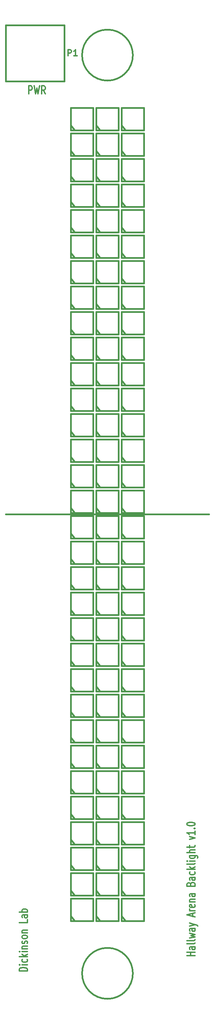
<source format=gto>
G04 #@! TF.GenerationSoftware,KiCad,Pcbnew,5.0.2-bee76a0~70~ubuntu18.04.1*
G04 #@! TF.CreationDate,2020-04-21T07:34:43-07:00*
G04 #@! TF.ProjectId,hallway_backlight,68616c6c-7761-4795-9f62-61636b6c6967,1.0*
G04 #@! TF.SameCoordinates,Original*
G04 #@! TF.FileFunction,Legend,Top*
G04 #@! TF.FilePolarity,Positive*
%FSLAX46Y46*%
G04 Gerber Fmt 4.6, Leading zero omitted, Abs format (unit mm)*
G04 Created by KiCad (PCBNEW 5.0.2-bee76a0~70~ubuntu18.04.1) date Tue 21 Apr 2020 07:34:43 AM PDT*
%MOMM*%
%LPD*%
G01*
G04 APERTURE LIST*
%ADD10C,0.304800*%
%ADD11C,0.381000*%
G04 APERTURE END LIST*
D10*
X107315000Y-70007238D02*
X107315000Y-67975238D01*
X107895571Y-67975238D01*
X108040714Y-68072000D01*
X108113285Y-68168761D01*
X108185857Y-68362285D01*
X108185857Y-68652571D01*
X108113285Y-68846095D01*
X108040714Y-68942857D01*
X107895571Y-69039619D01*
X107315000Y-69039619D01*
X108693857Y-67975238D02*
X109056714Y-70007238D01*
X109347000Y-68555809D01*
X109637285Y-70007238D01*
X110000142Y-67975238D01*
X111451571Y-70007238D02*
X110943571Y-69039619D01*
X110580714Y-70007238D02*
X110580714Y-67975238D01*
X111161285Y-67975238D01*
X111306428Y-68072000D01*
X111379000Y-68168761D01*
X111451571Y-68362285D01*
X111451571Y-68652571D01*
X111379000Y-68846095D01*
X111306428Y-68942857D01*
X111161285Y-69039619D01*
X110580714Y-69039619D01*
X106964238Y-288326285D02*
X104932238Y-288326285D01*
X104932238Y-287963428D01*
X105029000Y-287745714D01*
X105222523Y-287600571D01*
X105416047Y-287528000D01*
X105803095Y-287455428D01*
X106093380Y-287455428D01*
X106480428Y-287528000D01*
X106673952Y-287600571D01*
X106867476Y-287745714D01*
X106964238Y-287963428D01*
X106964238Y-288326285D01*
X106964238Y-286802285D02*
X105609571Y-286802285D01*
X104932238Y-286802285D02*
X105029000Y-286874857D01*
X105125761Y-286802285D01*
X105029000Y-286729714D01*
X104932238Y-286802285D01*
X105125761Y-286802285D01*
X106867476Y-285423428D02*
X106964238Y-285568571D01*
X106964238Y-285858857D01*
X106867476Y-286004000D01*
X106770714Y-286076571D01*
X106577190Y-286149142D01*
X105996619Y-286149142D01*
X105803095Y-286076571D01*
X105706333Y-286004000D01*
X105609571Y-285858857D01*
X105609571Y-285568571D01*
X105706333Y-285423428D01*
X106964238Y-284770285D02*
X104932238Y-284770285D01*
X106190142Y-284625142D02*
X106964238Y-284189714D01*
X105609571Y-284189714D02*
X106383666Y-284770285D01*
X106964238Y-283536571D02*
X105609571Y-283536571D01*
X104932238Y-283536571D02*
X105029000Y-283609142D01*
X105125761Y-283536571D01*
X105029000Y-283464000D01*
X104932238Y-283536571D01*
X105125761Y-283536571D01*
X105609571Y-282810857D02*
X106964238Y-282810857D01*
X105803095Y-282810857D02*
X105706333Y-282738285D01*
X105609571Y-282593142D01*
X105609571Y-282375428D01*
X105706333Y-282230285D01*
X105899857Y-282157714D01*
X106964238Y-282157714D01*
X106867476Y-281504571D02*
X106964238Y-281359428D01*
X106964238Y-281069142D01*
X106867476Y-280924000D01*
X106673952Y-280851428D01*
X106577190Y-280851428D01*
X106383666Y-280924000D01*
X106286904Y-281069142D01*
X106286904Y-281286857D01*
X106190142Y-281432000D01*
X105996619Y-281504571D01*
X105899857Y-281504571D01*
X105706333Y-281432000D01*
X105609571Y-281286857D01*
X105609571Y-281069142D01*
X105706333Y-280924000D01*
X106964238Y-279980571D02*
X106867476Y-280125714D01*
X106770714Y-280198285D01*
X106577190Y-280270857D01*
X105996619Y-280270857D01*
X105803095Y-280198285D01*
X105706333Y-280125714D01*
X105609571Y-279980571D01*
X105609571Y-279762857D01*
X105706333Y-279617714D01*
X105803095Y-279545142D01*
X105996619Y-279472571D01*
X106577190Y-279472571D01*
X106770714Y-279545142D01*
X106867476Y-279617714D01*
X106964238Y-279762857D01*
X106964238Y-279980571D01*
X105609571Y-278819428D02*
X106964238Y-278819428D01*
X105803095Y-278819428D02*
X105706333Y-278746857D01*
X105609571Y-278601714D01*
X105609571Y-278384000D01*
X105706333Y-278238857D01*
X105899857Y-278166285D01*
X106964238Y-278166285D01*
X106964238Y-275553714D02*
X106964238Y-276279428D01*
X104932238Y-276279428D01*
X106964238Y-274392571D02*
X105899857Y-274392571D01*
X105706333Y-274465142D01*
X105609571Y-274610285D01*
X105609571Y-274900571D01*
X105706333Y-275045714D01*
X106867476Y-274392571D02*
X106964238Y-274537714D01*
X106964238Y-274900571D01*
X106867476Y-275045714D01*
X106673952Y-275118285D01*
X106480428Y-275118285D01*
X106286904Y-275045714D01*
X106190142Y-274900571D01*
X106190142Y-274537714D01*
X106093380Y-274392571D01*
X106964238Y-273666857D02*
X104932238Y-273666857D01*
X105706333Y-273666857D02*
X105609571Y-273521714D01*
X105609571Y-273231428D01*
X105706333Y-273086285D01*
X105803095Y-273013714D01*
X105996619Y-272941142D01*
X106577190Y-272941142D01*
X106770714Y-273013714D01*
X106867476Y-273086285D01*
X106964238Y-273231428D01*
X106964238Y-273521714D01*
X106867476Y-273666857D01*
X148874238Y-284552571D02*
X146842238Y-284552571D01*
X147809857Y-284552571D02*
X147809857Y-283681714D01*
X148874238Y-283681714D02*
X146842238Y-283681714D01*
X148874238Y-282302857D02*
X147809857Y-282302857D01*
X147616333Y-282375428D01*
X147519571Y-282520571D01*
X147519571Y-282810857D01*
X147616333Y-282956000D01*
X148777476Y-282302857D02*
X148874238Y-282448000D01*
X148874238Y-282810857D01*
X148777476Y-282956000D01*
X148583952Y-283028571D01*
X148390428Y-283028571D01*
X148196904Y-282956000D01*
X148100142Y-282810857D01*
X148100142Y-282448000D01*
X148003380Y-282302857D01*
X148874238Y-281359428D02*
X148777476Y-281504571D01*
X148583952Y-281577142D01*
X146842238Y-281577142D01*
X148874238Y-280561142D02*
X148777476Y-280706285D01*
X148583952Y-280778857D01*
X146842238Y-280778857D01*
X147519571Y-280125714D02*
X148874238Y-279835428D01*
X147906619Y-279545142D01*
X148874238Y-279254857D01*
X147519571Y-278964571D01*
X148874238Y-277730857D02*
X147809857Y-277730857D01*
X147616333Y-277803428D01*
X147519571Y-277948571D01*
X147519571Y-278238857D01*
X147616333Y-278384000D01*
X148777476Y-277730857D02*
X148874238Y-277876000D01*
X148874238Y-278238857D01*
X148777476Y-278384000D01*
X148583952Y-278456571D01*
X148390428Y-278456571D01*
X148196904Y-278384000D01*
X148100142Y-278238857D01*
X148100142Y-277876000D01*
X148003380Y-277730857D01*
X147519571Y-277150285D02*
X148874238Y-276787428D01*
X147519571Y-276424571D02*
X148874238Y-276787428D01*
X149358047Y-276932571D01*
X149454809Y-277005142D01*
X149551571Y-277150285D01*
X148293666Y-274755428D02*
X148293666Y-274029714D01*
X148874238Y-274900571D02*
X146842238Y-274392571D01*
X148874238Y-273884571D01*
X148874238Y-273376571D02*
X147519571Y-273376571D01*
X147906619Y-273376571D02*
X147713095Y-273304000D01*
X147616333Y-273231428D01*
X147519571Y-273086285D01*
X147519571Y-272941142D01*
X148777476Y-271852571D02*
X148874238Y-271997714D01*
X148874238Y-272288000D01*
X148777476Y-272433142D01*
X148583952Y-272505714D01*
X147809857Y-272505714D01*
X147616333Y-272433142D01*
X147519571Y-272288000D01*
X147519571Y-271997714D01*
X147616333Y-271852571D01*
X147809857Y-271780000D01*
X148003380Y-271780000D01*
X148196904Y-272505714D01*
X147519571Y-271126857D02*
X148874238Y-271126857D01*
X147713095Y-271126857D02*
X147616333Y-271054285D01*
X147519571Y-270909142D01*
X147519571Y-270691428D01*
X147616333Y-270546285D01*
X147809857Y-270473714D01*
X148874238Y-270473714D01*
X148874238Y-269094857D02*
X147809857Y-269094857D01*
X147616333Y-269167428D01*
X147519571Y-269312571D01*
X147519571Y-269602857D01*
X147616333Y-269748000D01*
X148777476Y-269094857D02*
X148874238Y-269240000D01*
X148874238Y-269602857D01*
X148777476Y-269748000D01*
X148583952Y-269820571D01*
X148390428Y-269820571D01*
X148196904Y-269748000D01*
X148100142Y-269602857D01*
X148100142Y-269240000D01*
X148003380Y-269094857D01*
X147809857Y-266700000D02*
X147906619Y-266482285D01*
X148003380Y-266409714D01*
X148196904Y-266337142D01*
X148487190Y-266337142D01*
X148680714Y-266409714D01*
X148777476Y-266482285D01*
X148874238Y-266627428D01*
X148874238Y-267208000D01*
X146842238Y-267208000D01*
X146842238Y-266700000D01*
X146939000Y-266554857D01*
X147035761Y-266482285D01*
X147229285Y-266409714D01*
X147422809Y-266409714D01*
X147616333Y-266482285D01*
X147713095Y-266554857D01*
X147809857Y-266700000D01*
X147809857Y-267208000D01*
X148874238Y-265030857D02*
X147809857Y-265030857D01*
X147616333Y-265103428D01*
X147519571Y-265248571D01*
X147519571Y-265538857D01*
X147616333Y-265684000D01*
X148777476Y-265030857D02*
X148874238Y-265176000D01*
X148874238Y-265538857D01*
X148777476Y-265684000D01*
X148583952Y-265756571D01*
X148390428Y-265756571D01*
X148196904Y-265684000D01*
X148100142Y-265538857D01*
X148100142Y-265176000D01*
X148003380Y-265030857D01*
X148777476Y-263652000D02*
X148874238Y-263797142D01*
X148874238Y-264087428D01*
X148777476Y-264232571D01*
X148680714Y-264305142D01*
X148487190Y-264377714D01*
X147906619Y-264377714D01*
X147713095Y-264305142D01*
X147616333Y-264232571D01*
X147519571Y-264087428D01*
X147519571Y-263797142D01*
X147616333Y-263652000D01*
X148874238Y-262998857D02*
X146842238Y-262998857D01*
X148100142Y-262853714D02*
X148874238Y-262418285D01*
X147519571Y-262418285D02*
X148293666Y-262998857D01*
X148874238Y-261547428D02*
X148777476Y-261692571D01*
X148583952Y-261765142D01*
X146842238Y-261765142D01*
X148874238Y-260966857D02*
X147519571Y-260966857D01*
X146842238Y-260966857D02*
X146939000Y-261039428D01*
X147035761Y-260966857D01*
X146939000Y-260894285D01*
X146842238Y-260966857D01*
X147035761Y-260966857D01*
X147519571Y-259588000D02*
X149164523Y-259588000D01*
X149358047Y-259660571D01*
X149454809Y-259733142D01*
X149551571Y-259878285D01*
X149551571Y-260096000D01*
X149454809Y-260241142D01*
X148777476Y-259588000D02*
X148874238Y-259733142D01*
X148874238Y-260023428D01*
X148777476Y-260168571D01*
X148680714Y-260241142D01*
X148487190Y-260313714D01*
X147906619Y-260313714D01*
X147713095Y-260241142D01*
X147616333Y-260168571D01*
X147519571Y-260023428D01*
X147519571Y-259733142D01*
X147616333Y-259588000D01*
X148874238Y-258862285D02*
X146842238Y-258862285D01*
X148874238Y-258209142D02*
X147809857Y-258209142D01*
X147616333Y-258281714D01*
X147519571Y-258426857D01*
X147519571Y-258644571D01*
X147616333Y-258789714D01*
X147713095Y-258862285D01*
X147519571Y-257701142D02*
X147519571Y-257120571D01*
X146842238Y-257483428D02*
X148583952Y-257483428D01*
X148777476Y-257410857D01*
X148874238Y-257265714D01*
X148874238Y-257120571D01*
X147519571Y-255596571D02*
X148874238Y-255233714D01*
X147519571Y-254870857D01*
X148874238Y-253492000D02*
X148874238Y-254362857D01*
X148874238Y-253927428D02*
X146842238Y-253927428D01*
X147132523Y-254072571D01*
X147326047Y-254217714D01*
X147422809Y-254362857D01*
X148680714Y-252838857D02*
X148777476Y-252766285D01*
X148874238Y-252838857D01*
X148777476Y-252911428D01*
X148680714Y-252838857D01*
X148874238Y-252838857D01*
X146842238Y-251822857D02*
X146842238Y-251677714D01*
X146939000Y-251532571D01*
X147035761Y-251460000D01*
X147229285Y-251387428D01*
X147616333Y-251314857D01*
X148100142Y-251314857D01*
X148487190Y-251387428D01*
X148680714Y-251460000D01*
X148777476Y-251532571D01*
X148874238Y-251677714D01*
X148874238Y-251822857D01*
X148777476Y-251968000D01*
X148680714Y-252040571D01*
X148487190Y-252113142D01*
X148100142Y-252185714D01*
X147616333Y-252185714D01*
X147229285Y-252113142D01*
X147035761Y-252040571D01*
X146939000Y-251968000D01*
X146842238Y-251822857D01*
D11*
X101600000Y-174625000D02*
X152400000Y-174625000D01*
G04 #@! TO.C,P1*
X101600000Y-66802000D02*
X101600000Y-52832000D01*
X101600000Y-52832000D02*
X116205000Y-52832000D01*
X116205000Y-52832000D02*
X116205000Y-66802000D01*
X116205000Y-66802000D02*
X101600000Y-66802000D01*
G04 #@! TO.C,1/4-20*
X133350000Y-60325000D02*
G75*
G03X133350000Y-60325000I-6350000J0D01*
G01*
X133350000Y-288925000D02*
G75*
G03X133350000Y-288925000I-6350000J0D01*
G01*
G04 #@! TO.C,D0\002C0*
X117856000Y-77724000D02*
X118872000Y-78994000D01*
X117856000Y-73406000D02*
X117856000Y-78994000D01*
X117856000Y-78994000D02*
X123444000Y-78994000D01*
X123444000Y-78994000D02*
X123444000Y-73406000D01*
X123444000Y-73406000D02*
X117856000Y-73406000D01*
G04 #@! TO.C,D0\002C1*
X117856000Y-84074000D02*
X118872000Y-85344000D01*
X117856000Y-79756000D02*
X117856000Y-85344000D01*
X117856000Y-85344000D02*
X123444000Y-85344000D01*
X123444000Y-85344000D02*
X123444000Y-79756000D01*
X123444000Y-79756000D02*
X117856000Y-79756000D01*
G04 #@! TO.C,D0\002C2*
X117856000Y-90424000D02*
X118872000Y-91694000D01*
X117856000Y-86106000D02*
X117856000Y-91694000D01*
X117856000Y-91694000D02*
X123444000Y-91694000D01*
X123444000Y-91694000D02*
X123444000Y-86106000D01*
X123444000Y-86106000D02*
X117856000Y-86106000D01*
G04 #@! TO.C,D0\002C3*
X117856000Y-96774000D02*
X118872000Y-98044000D01*
X117856000Y-92456000D02*
X117856000Y-98044000D01*
X117856000Y-98044000D02*
X123444000Y-98044000D01*
X123444000Y-98044000D02*
X123444000Y-92456000D01*
X123444000Y-92456000D02*
X117856000Y-92456000D01*
G04 #@! TO.C,D0\002C4*
X117856000Y-103124000D02*
X118872000Y-104394000D01*
X117856000Y-98806000D02*
X117856000Y-104394000D01*
X117856000Y-104394000D02*
X123444000Y-104394000D01*
X123444000Y-104394000D02*
X123444000Y-98806000D01*
X123444000Y-98806000D02*
X117856000Y-98806000D01*
G04 #@! TO.C,D0\002C5*
X117856000Y-109474000D02*
X118872000Y-110744000D01*
X117856000Y-105156000D02*
X117856000Y-110744000D01*
X117856000Y-110744000D02*
X123444000Y-110744000D01*
X123444000Y-110744000D02*
X123444000Y-105156000D01*
X123444000Y-105156000D02*
X117856000Y-105156000D01*
G04 #@! TO.C,D0\002C6*
X117856000Y-115824000D02*
X118872000Y-117094000D01*
X117856000Y-111506000D02*
X117856000Y-117094000D01*
X117856000Y-117094000D02*
X123444000Y-117094000D01*
X123444000Y-117094000D02*
X123444000Y-111506000D01*
X123444000Y-111506000D02*
X117856000Y-111506000D01*
G04 #@! TO.C,D0\002C7*
X117856000Y-122174000D02*
X118872000Y-123444000D01*
X117856000Y-117856000D02*
X117856000Y-123444000D01*
X117856000Y-123444000D02*
X123444000Y-123444000D01*
X123444000Y-123444000D02*
X123444000Y-117856000D01*
X123444000Y-117856000D02*
X117856000Y-117856000D01*
G04 #@! TO.C,D0\002C8*
X117856000Y-128524000D02*
X118872000Y-129794000D01*
X117856000Y-124206000D02*
X117856000Y-129794000D01*
X117856000Y-129794000D02*
X123444000Y-129794000D01*
X123444000Y-129794000D02*
X123444000Y-124206000D01*
X123444000Y-124206000D02*
X117856000Y-124206000D01*
G04 #@! TO.C,D0\002C9*
X117856000Y-134874000D02*
X118872000Y-136144000D01*
X117856000Y-130556000D02*
X117856000Y-136144000D01*
X117856000Y-136144000D02*
X123444000Y-136144000D01*
X123444000Y-136144000D02*
X123444000Y-130556000D01*
X123444000Y-130556000D02*
X117856000Y-130556000D01*
G04 #@! TO.C,D0\002C10*
X117856000Y-141224000D02*
X118872000Y-142494000D01*
X117856000Y-136906000D02*
X117856000Y-142494000D01*
X117856000Y-142494000D02*
X123444000Y-142494000D01*
X123444000Y-142494000D02*
X123444000Y-136906000D01*
X123444000Y-136906000D02*
X117856000Y-136906000D01*
G04 #@! TO.C,D0\002C11*
X117856000Y-147574000D02*
X118872000Y-148844000D01*
X117856000Y-143256000D02*
X117856000Y-148844000D01*
X117856000Y-148844000D02*
X123444000Y-148844000D01*
X123444000Y-148844000D02*
X123444000Y-143256000D01*
X123444000Y-143256000D02*
X117856000Y-143256000D01*
G04 #@! TO.C,D0\002C12*
X117856000Y-153924000D02*
X118872000Y-155194000D01*
X117856000Y-149606000D02*
X117856000Y-155194000D01*
X117856000Y-155194000D02*
X123444000Y-155194000D01*
X123444000Y-155194000D02*
X123444000Y-149606000D01*
X123444000Y-149606000D02*
X117856000Y-149606000D01*
G04 #@! TO.C,D0\002C13*
X117856000Y-160274000D02*
X118872000Y-161544000D01*
X117856000Y-155956000D02*
X117856000Y-161544000D01*
X117856000Y-161544000D02*
X123444000Y-161544000D01*
X123444000Y-161544000D02*
X123444000Y-155956000D01*
X123444000Y-155956000D02*
X117856000Y-155956000D01*
G04 #@! TO.C,D0\002C14*
X117856000Y-166624000D02*
X118872000Y-167894000D01*
X117856000Y-162306000D02*
X117856000Y-167894000D01*
X117856000Y-167894000D02*
X123444000Y-167894000D01*
X123444000Y-167894000D02*
X123444000Y-162306000D01*
X123444000Y-162306000D02*
X117856000Y-162306000D01*
G04 #@! TO.C,D0\002C15*
X117856000Y-172974000D02*
X118872000Y-174244000D01*
X117856000Y-168656000D02*
X117856000Y-174244000D01*
X117856000Y-174244000D02*
X123444000Y-174244000D01*
X123444000Y-174244000D02*
X123444000Y-168656000D01*
X123444000Y-168656000D02*
X117856000Y-168656000D01*
G04 #@! TO.C,D1\002C0*
X124206000Y-77724000D02*
X125222000Y-78994000D01*
X124206000Y-73406000D02*
X124206000Y-78994000D01*
X124206000Y-78994000D02*
X129794000Y-78994000D01*
X129794000Y-78994000D02*
X129794000Y-73406000D01*
X129794000Y-73406000D02*
X124206000Y-73406000D01*
G04 #@! TO.C,D1\002C1*
X124206000Y-84074000D02*
X125222000Y-85344000D01*
X124206000Y-79756000D02*
X124206000Y-85344000D01*
X124206000Y-85344000D02*
X129794000Y-85344000D01*
X129794000Y-85344000D02*
X129794000Y-79756000D01*
X129794000Y-79756000D02*
X124206000Y-79756000D01*
G04 #@! TO.C,D1\002C2*
X124206000Y-90424000D02*
X125222000Y-91694000D01*
X124206000Y-86106000D02*
X124206000Y-91694000D01*
X124206000Y-91694000D02*
X129794000Y-91694000D01*
X129794000Y-91694000D02*
X129794000Y-86106000D01*
X129794000Y-86106000D02*
X124206000Y-86106000D01*
G04 #@! TO.C,D1\002C3*
X124206000Y-96774000D02*
X125222000Y-98044000D01*
X124206000Y-92456000D02*
X124206000Y-98044000D01*
X124206000Y-98044000D02*
X129794000Y-98044000D01*
X129794000Y-98044000D02*
X129794000Y-92456000D01*
X129794000Y-92456000D02*
X124206000Y-92456000D01*
G04 #@! TO.C,D1\002C4*
X124206000Y-103124000D02*
X125222000Y-104394000D01*
X124206000Y-98806000D02*
X124206000Y-104394000D01*
X124206000Y-104394000D02*
X129794000Y-104394000D01*
X129794000Y-104394000D02*
X129794000Y-98806000D01*
X129794000Y-98806000D02*
X124206000Y-98806000D01*
G04 #@! TO.C,D1\002C5*
X124206000Y-109474000D02*
X125222000Y-110744000D01*
X124206000Y-105156000D02*
X124206000Y-110744000D01*
X124206000Y-110744000D02*
X129794000Y-110744000D01*
X129794000Y-110744000D02*
X129794000Y-105156000D01*
X129794000Y-105156000D02*
X124206000Y-105156000D01*
G04 #@! TO.C,D1\002C6*
X124206000Y-115824000D02*
X125222000Y-117094000D01*
X124206000Y-111506000D02*
X124206000Y-117094000D01*
X124206000Y-117094000D02*
X129794000Y-117094000D01*
X129794000Y-117094000D02*
X129794000Y-111506000D01*
X129794000Y-111506000D02*
X124206000Y-111506000D01*
G04 #@! TO.C,D1\002C7*
X124206000Y-122174000D02*
X125222000Y-123444000D01*
X124206000Y-117856000D02*
X124206000Y-123444000D01*
X124206000Y-123444000D02*
X129794000Y-123444000D01*
X129794000Y-123444000D02*
X129794000Y-117856000D01*
X129794000Y-117856000D02*
X124206000Y-117856000D01*
G04 #@! TO.C,D1\002C8*
X124206000Y-128524000D02*
X125222000Y-129794000D01*
X124206000Y-124206000D02*
X124206000Y-129794000D01*
X124206000Y-129794000D02*
X129794000Y-129794000D01*
X129794000Y-129794000D02*
X129794000Y-124206000D01*
X129794000Y-124206000D02*
X124206000Y-124206000D01*
G04 #@! TO.C,D1\002C9*
X124206000Y-134874000D02*
X125222000Y-136144000D01*
X124206000Y-130556000D02*
X124206000Y-136144000D01*
X124206000Y-136144000D02*
X129794000Y-136144000D01*
X129794000Y-136144000D02*
X129794000Y-130556000D01*
X129794000Y-130556000D02*
X124206000Y-130556000D01*
G04 #@! TO.C,D1\002C10*
X124206000Y-141224000D02*
X125222000Y-142494000D01*
X124206000Y-136906000D02*
X124206000Y-142494000D01*
X124206000Y-142494000D02*
X129794000Y-142494000D01*
X129794000Y-142494000D02*
X129794000Y-136906000D01*
X129794000Y-136906000D02*
X124206000Y-136906000D01*
G04 #@! TO.C,D1\002C11*
X124206000Y-147574000D02*
X125222000Y-148844000D01*
X124206000Y-143256000D02*
X124206000Y-148844000D01*
X124206000Y-148844000D02*
X129794000Y-148844000D01*
X129794000Y-148844000D02*
X129794000Y-143256000D01*
X129794000Y-143256000D02*
X124206000Y-143256000D01*
G04 #@! TO.C,D1\002C12*
X124206000Y-153924000D02*
X125222000Y-155194000D01*
X124206000Y-149606000D02*
X124206000Y-155194000D01*
X124206000Y-155194000D02*
X129794000Y-155194000D01*
X129794000Y-155194000D02*
X129794000Y-149606000D01*
X129794000Y-149606000D02*
X124206000Y-149606000D01*
G04 #@! TO.C,D1\002C13*
X124206000Y-160274000D02*
X125222000Y-161544000D01*
X124206000Y-155956000D02*
X124206000Y-161544000D01*
X124206000Y-161544000D02*
X129794000Y-161544000D01*
X129794000Y-161544000D02*
X129794000Y-155956000D01*
X129794000Y-155956000D02*
X124206000Y-155956000D01*
G04 #@! TO.C,D1\002C14*
X124206000Y-166624000D02*
X125222000Y-167894000D01*
X124206000Y-162306000D02*
X124206000Y-167894000D01*
X124206000Y-167894000D02*
X129794000Y-167894000D01*
X129794000Y-167894000D02*
X129794000Y-162306000D01*
X129794000Y-162306000D02*
X124206000Y-162306000D01*
G04 #@! TO.C,D1\002C15*
X124206000Y-172974000D02*
X125222000Y-174244000D01*
X124206000Y-168656000D02*
X124206000Y-174244000D01*
X124206000Y-174244000D02*
X129794000Y-174244000D01*
X129794000Y-174244000D02*
X129794000Y-168656000D01*
X129794000Y-168656000D02*
X124206000Y-168656000D01*
G04 #@! TO.C,D2\002C0*
X130556000Y-77724000D02*
X131572000Y-78994000D01*
X130556000Y-73406000D02*
X130556000Y-78994000D01*
X130556000Y-78994000D02*
X136144000Y-78994000D01*
X136144000Y-78994000D02*
X136144000Y-73406000D01*
X136144000Y-73406000D02*
X130556000Y-73406000D01*
G04 #@! TO.C,D2\002C1*
X130556000Y-84074000D02*
X131572000Y-85344000D01*
X130556000Y-79756000D02*
X130556000Y-85344000D01*
X130556000Y-85344000D02*
X136144000Y-85344000D01*
X136144000Y-85344000D02*
X136144000Y-79756000D01*
X136144000Y-79756000D02*
X130556000Y-79756000D01*
G04 #@! TO.C,D2\002C2*
X130556000Y-90424000D02*
X131572000Y-91694000D01*
X130556000Y-86106000D02*
X130556000Y-91694000D01*
X130556000Y-91694000D02*
X136144000Y-91694000D01*
X136144000Y-91694000D02*
X136144000Y-86106000D01*
X136144000Y-86106000D02*
X130556000Y-86106000D01*
G04 #@! TO.C,D2\002C3*
X130556000Y-96774000D02*
X131572000Y-98044000D01*
X130556000Y-92456000D02*
X130556000Y-98044000D01*
X130556000Y-98044000D02*
X136144000Y-98044000D01*
X136144000Y-98044000D02*
X136144000Y-92456000D01*
X136144000Y-92456000D02*
X130556000Y-92456000D01*
G04 #@! TO.C,D2\002C4*
X130556000Y-103124000D02*
X131572000Y-104394000D01*
X130556000Y-98806000D02*
X130556000Y-104394000D01*
X130556000Y-104394000D02*
X136144000Y-104394000D01*
X136144000Y-104394000D02*
X136144000Y-98806000D01*
X136144000Y-98806000D02*
X130556000Y-98806000D01*
G04 #@! TO.C,D2\002C5*
X130556000Y-109474000D02*
X131572000Y-110744000D01*
X130556000Y-105156000D02*
X130556000Y-110744000D01*
X130556000Y-110744000D02*
X136144000Y-110744000D01*
X136144000Y-110744000D02*
X136144000Y-105156000D01*
X136144000Y-105156000D02*
X130556000Y-105156000D01*
G04 #@! TO.C,D2\002C6*
X130556000Y-115824000D02*
X131572000Y-117094000D01*
X130556000Y-111506000D02*
X130556000Y-117094000D01*
X130556000Y-117094000D02*
X136144000Y-117094000D01*
X136144000Y-117094000D02*
X136144000Y-111506000D01*
X136144000Y-111506000D02*
X130556000Y-111506000D01*
G04 #@! TO.C,D2\002C7*
X130556000Y-122174000D02*
X131572000Y-123444000D01*
X130556000Y-117856000D02*
X130556000Y-123444000D01*
X130556000Y-123444000D02*
X136144000Y-123444000D01*
X136144000Y-123444000D02*
X136144000Y-117856000D01*
X136144000Y-117856000D02*
X130556000Y-117856000D01*
G04 #@! TO.C,D2\002C8*
X130556000Y-128524000D02*
X131572000Y-129794000D01*
X130556000Y-124206000D02*
X130556000Y-129794000D01*
X130556000Y-129794000D02*
X136144000Y-129794000D01*
X136144000Y-129794000D02*
X136144000Y-124206000D01*
X136144000Y-124206000D02*
X130556000Y-124206000D01*
G04 #@! TO.C,D2\002C9*
X130556000Y-134874000D02*
X131572000Y-136144000D01*
X130556000Y-130556000D02*
X130556000Y-136144000D01*
X130556000Y-136144000D02*
X136144000Y-136144000D01*
X136144000Y-136144000D02*
X136144000Y-130556000D01*
X136144000Y-130556000D02*
X130556000Y-130556000D01*
G04 #@! TO.C,D2\002C10*
X130556000Y-141224000D02*
X131572000Y-142494000D01*
X130556000Y-136906000D02*
X130556000Y-142494000D01*
X130556000Y-142494000D02*
X136144000Y-142494000D01*
X136144000Y-142494000D02*
X136144000Y-136906000D01*
X136144000Y-136906000D02*
X130556000Y-136906000D01*
G04 #@! TO.C,D2\002C11*
X130556000Y-147574000D02*
X131572000Y-148844000D01*
X130556000Y-143256000D02*
X130556000Y-148844000D01*
X130556000Y-148844000D02*
X136144000Y-148844000D01*
X136144000Y-148844000D02*
X136144000Y-143256000D01*
X136144000Y-143256000D02*
X130556000Y-143256000D01*
G04 #@! TO.C,D2\002C12*
X130556000Y-153924000D02*
X131572000Y-155194000D01*
X130556000Y-149606000D02*
X130556000Y-155194000D01*
X130556000Y-155194000D02*
X136144000Y-155194000D01*
X136144000Y-155194000D02*
X136144000Y-149606000D01*
X136144000Y-149606000D02*
X130556000Y-149606000D01*
G04 #@! TO.C,D2\002C13*
X130556000Y-160274000D02*
X131572000Y-161544000D01*
X130556000Y-155956000D02*
X130556000Y-161544000D01*
X130556000Y-161544000D02*
X136144000Y-161544000D01*
X136144000Y-161544000D02*
X136144000Y-155956000D01*
X136144000Y-155956000D02*
X130556000Y-155956000D01*
G04 #@! TO.C,D2\002C14*
X130556000Y-166624000D02*
X131572000Y-167894000D01*
X130556000Y-162306000D02*
X130556000Y-167894000D01*
X130556000Y-167894000D02*
X136144000Y-167894000D01*
X136144000Y-167894000D02*
X136144000Y-162306000D01*
X136144000Y-162306000D02*
X130556000Y-162306000D01*
G04 #@! TO.C,D2\002C15*
X130556000Y-172974000D02*
X131572000Y-174244000D01*
X130556000Y-168656000D02*
X130556000Y-174244000D01*
X130556000Y-174244000D02*
X136144000Y-174244000D01*
X136144000Y-174244000D02*
X136144000Y-168656000D01*
X136144000Y-168656000D02*
X130556000Y-168656000D01*
G04 #@! TO.C,D3\002C0*
X117856000Y-179324000D02*
X118872000Y-180594000D01*
X117856000Y-175006000D02*
X117856000Y-180594000D01*
X117856000Y-180594000D02*
X123444000Y-180594000D01*
X123444000Y-180594000D02*
X123444000Y-175006000D01*
X123444000Y-175006000D02*
X117856000Y-175006000D01*
G04 #@! TO.C,D3\002C1*
X117856000Y-185674000D02*
X118872000Y-186944000D01*
X117856000Y-181356000D02*
X117856000Y-186944000D01*
X117856000Y-186944000D02*
X123444000Y-186944000D01*
X123444000Y-186944000D02*
X123444000Y-181356000D01*
X123444000Y-181356000D02*
X117856000Y-181356000D01*
G04 #@! TO.C,D3\002C2*
X117856000Y-192024000D02*
X118872000Y-193294000D01*
X117856000Y-187706000D02*
X117856000Y-193294000D01*
X117856000Y-193294000D02*
X123444000Y-193294000D01*
X123444000Y-193294000D02*
X123444000Y-187706000D01*
X123444000Y-187706000D02*
X117856000Y-187706000D01*
G04 #@! TO.C,D3\002C3*
X117856000Y-198374000D02*
X118872000Y-199644000D01*
X117856000Y-194056000D02*
X117856000Y-199644000D01*
X117856000Y-199644000D02*
X123444000Y-199644000D01*
X123444000Y-199644000D02*
X123444000Y-194056000D01*
X123444000Y-194056000D02*
X117856000Y-194056000D01*
G04 #@! TO.C,D3\002C4*
X117856000Y-204724000D02*
X118872000Y-205994000D01*
X117856000Y-200406000D02*
X117856000Y-205994000D01*
X117856000Y-205994000D02*
X123444000Y-205994000D01*
X123444000Y-205994000D02*
X123444000Y-200406000D01*
X123444000Y-200406000D02*
X117856000Y-200406000D01*
G04 #@! TO.C,D3\002C5*
X117856000Y-211074000D02*
X118872000Y-212344000D01*
X117856000Y-206756000D02*
X117856000Y-212344000D01*
X117856000Y-212344000D02*
X123444000Y-212344000D01*
X123444000Y-212344000D02*
X123444000Y-206756000D01*
X123444000Y-206756000D02*
X117856000Y-206756000D01*
G04 #@! TO.C,D3\002C6*
X117856000Y-217424000D02*
X118872000Y-218694000D01*
X117856000Y-213106000D02*
X117856000Y-218694000D01*
X117856000Y-218694000D02*
X123444000Y-218694000D01*
X123444000Y-218694000D02*
X123444000Y-213106000D01*
X123444000Y-213106000D02*
X117856000Y-213106000D01*
G04 #@! TO.C,D3\002C7*
X117856000Y-223774000D02*
X118872000Y-225044000D01*
X117856000Y-219456000D02*
X117856000Y-225044000D01*
X117856000Y-225044000D02*
X123444000Y-225044000D01*
X123444000Y-225044000D02*
X123444000Y-219456000D01*
X123444000Y-219456000D02*
X117856000Y-219456000D01*
G04 #@! TO.C,D3\002C8*
X117856000Y-230124000D02*
X118872000Y-231394000D01*
X117856000Y-225806000D02*
X117856000Y-231394000D01*
X117856000Y-231394000D02*
X123444000Y-231394000D01*
X123444000Y-231394000D02*
X123444000Y-225806000D01*
X123444000Y-225806000D02*
X117856000Y-225806000D01*
G04 #@! TO.C,D3\002C9*
X117856000Y-236474000D02*
X118872000Y-237744000D01*
X117856000Y-232156000D02*
X117856000Y-237744000D01*
X117856000Y-237744000D02*
X123444000Y-237744000D01*
X123444000Y-237744000D02*
X123444000Y-232156000D01*
X123444000Y-232156000D02*
X117856000Y-232156000D01*
G04 #@! TO.C,D3\002C10*
X117856000Y-242824000D02*
X118872000Y-244094000D01*
X117856000Y-238506000D02*
X117856000Y-244094000D01*
X117856000Y-244094000D02*
X123444000Y-244094000D01*
X123444000Y-244094000D02*
X123444000Y-238506000D01*
X123444000Y-238506000D02*
X117856000Y-238506000D01*
G04 #@! TO.C,D3\002C11*
X117856000Y-249174000D02*
X118872000Y-250444000D01*
X117856000Y-244856000D02*
X117856000Y-250444000D01*
X117856000Y-250444000D02*
X123444000Y-250444000D01*
X123444000Y-250444000D02*
X123444000Y-244856000D01*
X123444000Y-244856000D02*
X117856000Y-244856000D01*
G04 #@! TO.C,D3\002C12*
X117856000Y-255524000D02*
X118872000Y-256794000D01*
X117856000Y-251206000D02*
X117856000Y-256794000D01*
X117856000Y-256794000D02*
X123444000Y-256794000D01*
X123444000Y-256794000D02*
X123444000Y-251206000D01*
X123444000Y-251206000D02*
X117856000Y-251206000D01*
G04 #@! TO.C,D3\002C13*
X117856000Y-261874000D02*
X118872000Y-263144000D01*
X117856000Y-257556000D02*
X117856000Y-263144000D01*
X117856000Y-263144000D02*
X123444000Y-263144000D01*
X123444000Y-263144000D02*
X123444000Y-257556000D01*
X123444000Y-257556000D02*
X117856000Y-257556000D01*
G04 #@! TO.C,D3\002C14*
X117856000Y-268224000D02*
X118872000Y-269494000D01*
X117856000Y-263906000D02*
X117856000Y-269494000D01*
X117856000Y-269494000D02*
X123444000Y-269494000D01*
X123444000Y-269494000D02*
X123444000Y-263906000D01*
X123444000Y-263906000D02*
X117856000Y-263906000D01*
G04 #@! TO.C,D3\002C15*
X117856000Y-274574000D02*
X118872000Y-275844000D01*
X117856000Y-270256000D02*
X117856000Y-275844000D01*
X117856000Y-275844000D02*
X123444000Y-275844000D01*
X123444000Y-275844000D02*
X123444000Y-270256000D01*
X123444000Y-270256000D02*
X117856000Y-270256000D01*
G04 #@! TO.C,D4\002C0*
X124206000Y-179324000D02*
X125222000Y-180594000D01*
X124206000Y-175006000D02*
X124206000Y-180594000D01*
X124206000Y-180594000D02*
X129794000Y-180594000D01*
X129794000Y-180594000D02*
X129794000Y-175006000D01*
X129794000Y-175006000D02*
X124206000Y-175006000D01*
G04 #@! TO.C,D4\002C1*
X124206000Y-185674000D02*
X125222000Y-186944000D01*
X124206000Y-181356000D02*
X124206000Y-186944000D01*
X124206000Y-186944000D02*
X129794000Y-186944000D01*
X129794000Y-186944000D02*
X129794000Y-181356000D01*
X129794000Y-181356000D02*
X124206000Y-181356000D01*
G04 #@! TO.C,D4\002C2*
X124206000Y-192024000D02*
X125222000Y-193294000D01*
X124206000Y-187706000D02*
X124206000Y-193294000D01*
X124206000Y-193294000D02*
X129794000Y-193294000D01*
X129794000Y-193294000D02*
X129794000Y-187706000D01*
X129794000Y-187706000D02*
X124206000Y-187706000D01*
G04 #@! TO.C,D4\002C3*
X124206000Y-198374000D02*
X125222000Y-199644000D01*
X124206000Y-194056000D02*
X124206000Y-199644000D01*
X124206000Y-199644000D02*
X129794000Y-199644000D01*
X129794000Y-199644000D02*
X129794000Y-194056000D01*
X129794000Y-194056000D02*
X124206000Y-194056000D01*
G04 #@! TO.C,D4\002C4*
X124206000Y-204724000D02*
X125222000Y-205994000D01*
X124206000Y-200406000D02*
X124206000Y-205994000D01*
X124206000Y-205994000D02*
X129794000Y-205994000D01*
X129794000Y-205994000D02*
X129794000Y-200406000D01*
X129794000Y-200406000D02*
X124206000Y-200406000D01*
G04 #@! TO.C,D4\002C5*
X124206000Y-211074000D02*
X125222000Y-212344000D01*
X124206000Y-206756000D02*
X124206000Y-212344000D01*
X124206000Y-212344000D02*
X129794000Y-212344000D01*
X129794000Y-212344000D02*
X129794000Y-206756000D01*
X129794000Y-206756000D02*
X124206000Y-206756000D01*
G04 #@! TO.C,D4\002C6*
X124206000Y-217424000D02*
X125222000Y-218694000D01*
X124206000Y-213106000D02*
X124206000Y-218694000D01*
X124206000Y-218694000D02*
X129794000Y-218694000D01*
X129794000Y-218694000D02*
X129794000Y-213106000D01*
X129794000Y-213106000D02*
X124206000Y-213106000D01*
G04 #@! TO.C,D4\002C7*
X124206000Y-223774000D02*
X125222000Y-225044000D01*
X124206000Y-219456000D02*
X124206000Y-225044000D01*
X124206000Y-225044000D02*
X129794000Y-225044000D01*
X129794000Y-225044000D02*
X129794000Y-219456000D01*
X129794000Y-219456000D02*
X124206000Y-219456000D01*
G04 #@! TO.C,D4\002C8*
X124206000Y-230124000D02*
X125222000Y-231394000D01*
X124206000Y-225806000D02*
X124206000Y-231394000D01*
X124206000Y-231394000D02*
X129794000Y-231394000D01*
X129794000Y-231394000D02*
X129794000Y-225806000D01*
X129794000Y-225806000D02*
X124206000Y-225806000D01*
G04 #@! TO.C,D4\002C9*
X124206000Y-236474000D02*
X125222000Y-237744000D01*
X124206000Y-232156000D02*
X124206000Y-237744000D01*
X124206000Y-237744000D02*
X129794000Y-237744000D01*
X129794000Y-237744000D02*
X129794000Y-232156000D01*
X129794000Y-232156000D02*
X124206000Y-232156000D01*
G04 #@! TO.C,D4\002C10*
X124206000Y-242824000D02*
X125222000Y-244094000D01*
X124206000Y-238506000D02*
X124206000Y-244094000D01*
X124206000Y-244094000D02*
X129794000Y-244094000D01*
X129794000Y-244094000D02*
X129794000Y-238506000D01*
X129794000Y-238506000D02*
X124206000Y-238506000D01*
G04 #@! TO.C,D4\002C11*
X124206000Y-249174000D02*
X125222000Y-250444000D01*
X124206000Y-244856000D02*
X124206000Y-250444000D01*
X124206000Y-250444000D02*
X129794000Y-250444000D01*
X129794000Y-250444000D02*
X129794000Y-244856000D01*
X129794000Y-244856000D02*
X124206000Y-244856000D01*
G04 #@! TO.C,D4\002C12*
X124206000Y-255524000D02*
X125222000Y-256794000D01*
X124206000Y-251206000D02*
X124206000Y-256794000D01*
X124206000Y-256794000D02*
X129794000Y-256794000D01*
X129794000Y-256794000D02*
X129794000Y-251206000D01*
X129794000Y-251206000D02*
X124206000Y-251206000D01*
G04 #@! TO.C,D4\002C13*
X124206000Y-261874000D02*
X125222000Y-263144000D01*
X124206000Y-257556000D02*
X124206000Y-263144000D01*
X124206000Y-263144000D02*
X129794000Y-263144000D01*
X129794000Y-263144000D02*
X129794000Y-257556000D01*
X129794000Y-257556000D02*
X124206000Y-257556000D01*
G04 #@! TO.C,D4\002C14*
X124206000Y-268224000D02*
X125222000Y-269494000D01*
X124206000Y-263906000D02*
X124206000Y-269494000D01*
X124206000Y-269494000D02*
X129794000Y-269494000D01*
X129794000Y-269494000D02*
X129794000Y-263906000D01*
X129794000Y-263906000D02*
X124206000Y-263906000D01*
G04 #@! TO.C,D4\002C15*
X124206000Y-274574000D02*
X125222000Y-275844000D01*
X124206000Y-270256000D02*
X124206000Y-275844000D01*
X124206000Y-275844000D02*
X129794000Y-275844000D01*
X129794000Y-275844000D02*
X129794000Y-270256000D01*
X129794000Y-270256000D02*
X124206000Y-270256000D01*
G04 #@! TO.C,D5\002C0*
X130556000Y-179324000D02*
X131572000Y-180594000D01*
X130556000Y-175006000D02*
X130556000Y-180594000D01*
X130556000Y-180594000D02*
X136144000Y-180594000D01*
X136144000Y-180594000D02*
X136144000Y-175006000D01*
X136144000Y-175006000D02*
X130556000Y-175006000D01*
G04 #@! TO.C,D5\002C1*
X130556000Y-185674000D02*
X131572000Y-186944000D01*
X130556000Y-181356000D02*
X130556000Y-186944000D01*
X130556000Y-186944000D02*
X136144000Y-186944000D01*
X136144000Y-186944000D02*
X136144000Y-181356000D01*
X136144000Y-181356000D02*
X130556000Y-181356000D01*
G04 #@! TO.C,D5\002C2*
X130556000Y-192024000D02*
X131572000Y-193294000D01*
X130556000Y-187706000D02*
X130556000Y-193294000D01*
X130556000Y-193294000D02*
X136144000Y-193294000D01*
X136144000Y-193294000D02*
X136144000Y-187706000D01*
X136144000Y-187706000D02*
X130556000Y-187706000D01*
G04 #@! TO.C,D5\002C3*
X130556000Y-198374000D02*
X131572000Y-199644000D01*
X130556000Y-194056000D02*
X130556000Y-199644000D01*
X130556000Y-199644000D02*
X136144000Y-199644000D01*
X136144000Y-199644000D02*
X136144000Y-194056000D01*
X136144000Y-194056000D02*
X130556000Y-194056000D01*
G04 #@! TO.C,D5\002C4*
X130556000Y-204724000D02*
X131572000Y-205994000D01*
X130556000Y-200406000D02*
X130556000Y-205994000D01*
X130556000Y-205994000D02*
X136144000Y-205994000D01*
X136144000Y-205994000D02*
X136144000Y-200406000D01*
X136144000Y-200406000D02*
X130556000Y-200406000D01*
G04 #@! TO.C,D5\002C5*
X130556000Y-211074000D02*
X131572000Y-212344000D01*
X130556000Y-206756000D02*
X130556000Y-212344000D01*
X130556000Y-212344000D02*
X136144000Y-212344000D01*
X136144000Y-212344000D02*
X136144000Y-206756000D01*
X136144000Y-206756000D02*
X130556000Y-206756000D01*
G04 #@! TO.C,D5\002C6*
X130556000Y-217424000D02*
X131572000Y-218694000D01*
X130556000Y-213106000D02*
X130556000Y-218694000D01*
X130556000Y-218694000D02*
X136144000Y-218694000D01*
X136144000Y-218694000D02*
X136144000Y-213106000D01*
X136144000Y-213106000D02*
X130556000Y-213106000D01*
G04 #@! TO.C,D5\002C7*
X130556000Y-223774000D02*
X131572000Y-225044000D01*
X130556000Y-219456000D02*
X130556000Y-225044000D01*
X130556000Y-225044000D02*
X136144000Y-225044000D01*
X136144000Y-225044000D02*
X136144000Y-219456000D01*
X136144000Y-219456000D02*
X130556000Y-219456000D01*
G04 #@! TO.C,D5\002C8*
X130556000Y-230124000D02*
X131572000Y-231394000D01*
X130556000Y-225806000D02*
X130556000Y-231394000D01*
X130556000Y-231394000D02*
X136144000Y-231394000D01*
X136144000Y-231394000D02*
X136144000Y-225806000D01*
X136144000Y-225806000D02*
X130556000Y-225806000D01*
G04 #@! TO.C,D5\002C9*
X130556000Y-236474000D02*
X131572000Y-237744000D01*
X130556000Y-232156000D02*
X130556000Y-237744000D01*
X130556000Y-237744000D02*
X136144000Y-237744000D01*
X136144000Y-237744000D02*
X136144000Y-232156000D01*
X136144000Y-232156000D02*
X130556000Y-232156000D01*
G04 #@! TO.C,D5\002C10*
X130556000Y-242824000D02*
X131572000Y-244094000D01*
X130556000Y-238506000D02*
X130556000Y-244094000D01*
X130556000Y-244094000D02*
X136144000Y-244094000D01*
X136144000Y-244094000D02*
X136144000Y-238506000D01*
X136144000Y-238506000D02*
X130556000Y-238506000D01*
G04 #@! TO.C,D5\002C11*
X130556000Y-249174000D02*
X131572000Y-250444000D01*
X130556000Y-244856000D02*
X130556000Y-250444000D01*
X130556000Y-250444000D02*
X136144000Y-250444000D01*
X136144000Y-250444000D02*
X136144000Y-244856000D01*
X136144000Y-244856000D02*
X130556000Y-244856000D01*
G04 #@! TO.C,D5\002C12*
X130556000Y-255524000D02*
X131572000Y-256794000D01*
X130556000Y-251206000D02*
X130556000Y-256794000D01*
X130556000Y-256794000D02*
X136144000Y-256794000D01*
X136144000Y-256794000D02*
X136144000Y-251206000D01*
X136144000Y-251206000D02*
X130556000Y-251206000D01*
G04 #@! TO.C,D5\002C13*
X130556000Y-261874000D02*
X131572000Y-263144000D01*
X130556000Y-257556000D02*
X130556000Y-263144000D01*
X130556000Y-263144000D02*
X136144000Y-263144000D01*
X136144000Y-263144000D02*
X136144000Y-257556000D01*
X136144000Y-257556000D02*
X130556000Y-257556000D01*
G04 #@! TO.C,D5\002C14*
X130556000Y-268224000D02*
X131572000Y-269494000D01*
X130556000Y-263906000D02*
X130556000Y-269494000D01*
X130556000Y-269494000D02*
X136144000Y-269494000D01*
X136144000Y-269494000D02*
X136144000Y-263906000D01*
X136144000Y-263906000D02*
X130556000Y-263906000D01*
G04 #@! TO.C,D5\002C15*
X130556000Y-274574000D02*
X131572000Y-275844000D01*
X130556000Y-270256000D02*
X130556000Y-275844000D01*
X130556000Y-275844000D02*
X136144000Y-275844000D01*
X136144000Y-275844000D02*
X136144000Y-270256000D01*
X136144000Y-270256000D02*
X130556000Y-270256000D01*
G04 #@! TO.C,P1*
D10*
X117112142Y-60506428D02*
X117112142Y-58982428D01*
X117692714Y-58982428D01*
X117837857Y-59055000D01*
X117910428Y-59127571D01*
X117983000Y-59272714D01*
X117983000Y-59490428D01*
X117910428Y-59635571D01*
X117837857Y-59708142D01*
X117692714Y-59780714D01*
X117112142Y-59780714D01*
X119434428Y-60506428D02*
X118563571Y-60506428D01*
X118999000Y-60506428D02*
X118999000Y-58982428D01*
X118853857Y-59200142D01*
X118708714Y-59345285D01*
X118563571Y-59417857D01*
G04 #@! TD*
M02*

</source>
